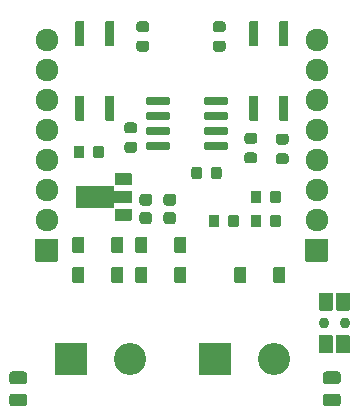
<source format=gbr>
%TF.GenerationSoftware,KiCad,Pcbnew,(5.1.9)-1*%
%TF.CreationDate,2021-04-28T15:15:37+02:00*%
%TF.ProjectId,OpenThermMonitorTwomes,4f70656e-5468-4657-926d-4d6f6e69746f,rev?*%
%TF.SameCoordinates,Original*%
%TF.FileFunction,Soldermask,Top*%
%TF.FilePolarity,Negative*%
%FSLAX46Y46*%
G04 Gerber Fmt 4.6, Leading zero omitted, Abs format (unit mm)*
G04 Created by KiCad (PCBNEW (5.1.9)-1) date 2021-04-28 15:15:37*
%MOMM*%
%LPD*%
G01*
G04 APERTURE LIST*
%ADD10C,0.920000*%
%ADD11C,2.720000*%
%ADD12O,1.920000X1.920000*%
%ADD13C,0.100000*%
G04 APERTURE END LIST*
D10*
%TO.C,SW1*%
X152766600Y-109728000D03*
X150966600Y-109728000D03*
G36*
G01*
X153111600Y-112288000D02*
X152061600Y-112288000D01*
G75*
G02*
X152001600Y-112228000I0J60000D01*
G01*
X152001600Y-110828000D01*
G75*
G02*
X152061600Y-110768000I60000J0D01*
G01*
X153111600Y-110768000D01*
G75*
G02*
X153171600Y-110828000I0J-60000D01*
G01*
X153171600Y-112228000D01*
G75*
G02*
X153111600Y-112288000I-60000J0D01*
G01*
G37*
G36*
G01*
X153111600Y-108688000D02*
X152061600Y-108688000D01*
G75*
G02*
X152001600Y-108628000I0J60000D01*
G01*
X152001600Y-107228000D01*
G75*
G02*
X152061600Y-107168000I60000J0D01*
G01*
X153111600Y-107168000D01*
G75*
G02*
X153171600Y-107228000I0J-60000D01*
G01*
X153171600Y-108628000D01*
G75*
G02*
X153111600Y-108688000I-60000J0D01*
G01*
G37*
G36*
G01*
X151671600Y-112288000D02*
X150621600Y-112288000D01*
G75*
G02*
X150561600Y-112228000I0J60000D01*
G01*
X150561600Y-110828000D01*
G75*
G02*
X150621600Y-110768000I60000J0D01*
G01*
X151671600Y-110768000D01*
G75*
G02*
X151731600Y-110828000I0J-60000D01*
G01*
X151731600Y-112228000D01*
G75*
G02*
X151671600Y-112288000I-60000J0D01*
G01*
G37*
G36*
G01*
X151671600Y-108688000D02*
X150621600Y-108688000D01*
G75*
G02*
X150561600Y-108628000I0J60000D01*
G01*
X150561600Y-107228000D01*
G75*
G02*
X150621600Y-107168000I60000J0D01*
G01*
X151671600Y-107168000D01*
G75*
G02*
X151731600Y-107228000I0J-60000D01*
G01*
X151731600Y-108628000D01*
G75*
G02*
X151671600Y-108688000I-60000J0D01*
G01*
G37*
%TD*%
%TO.C,J2*%
G36*
G01*
X140372000Y-114076000D02*
X140372000Y-111476000D01*
G75*
G02*
X140432000Y-111416000I60000J0D01*
G01*
X143032000Y-111416000D01*
G75*
G02*
X143092000Y-111476000I0J-60000D01*
G01*
X143092000Y-114076000D01*
G75*
G02*
X143032000Y-114136000I-60000J0D01*
G01*
X140432000Y-114136000D01*
G75*
G02*
X140372000Y-114076000I0J60000D01*
G01*
G37*
D11*
X146732000Y-112776000D03*
%TD*%
%TO.C,J1*%
X134540000Y-112776000D03*
G36*
G01*
X128180000Y-114076000D02*
X128180000Y-111476000D01*
G75*
G02*
X128240000Y-111416000I60000J0D01*
G01*
X130840000Y-111416000D01*
G75*
G02*
X130900000Y-111476000I0J-60000D01*
G01*
X130900000Y-114076000D01*
G75*
G02*
X130840000Y-114136000I-60000J0D01*
G01*
X128240000Y-114136000D01*
G75*
G02*
X128180000Y-114076000I0J60000D01*
G01*
G37*
%TD*%
%TO.C,D5*%
G36*
G01*
X138300000Y-103724000D02*
X138300000Y-102524000D01*
G75*
G02*
X138360000Y-102464000I60000J0D01*
G01*
X139260000Y-102464000D01*
G75*
G02*
X139320000Y-102524000I0J-60000D01*
G01*
X139320000Y-103724000D01*
G75*
G02*
X139260000Y-103784000I-60000J0D01*
G01*
X138360000Y-103784000D01*
G75*
G02*
X138300000Y-103724000I0J60000D01*
G01*
G37*
G36*
G01*
X135000000Y-103724000D02*
X135000000Y-102524000D01*
G75*
G02*
X135060000Y-102464000I60000J0D01*
G01*
X135960000Y-102464000D01*
G75*
G02*
X136020000Y-102524000I0J-60000D01*
G01*
X136020000Y-103724000D01*
G75*
G02*
X135960000Y-103784000I-60000J0D01*
G01*
X135060000Y-103784000D01*
G75*
G02*
X135000000Y-103724000I0J60000D01*
G01*
G37*
%TD*%
%TO.C,D4*%
G36*
G01*
X132966000Y-103724000D02*
X132966000Y-102524000D01*
G75*
G02*
X133026000Y-102464000I60000J0D01*
G01*
X133926000Y-102464000D01*
G75*
G02*
X133986000Y-102524000I0J-60000D01*
G01*
X133986000Y-103724000D01*
G75*
G02*
X133926000Y-103784000I-60000J0D01*
G01*
X133026000Y-103784000D01*
G75*
G02*
X132966000Y-103724000I0J60000D01*
G01*
G37*
G36*
G01*
X129666000Y-103724000D02*
X129666000Y-102524000D01*
G75*
G02*
X129726000Y-102464000I60000J0D01*
G01*
X130626000Y-102464000D01*
G75*
G02*
X130686000Y-102524000I0J-60000D01*
G01*
X130686000Y-103724000D01*
G75*
G02*
X130626000Y-103784000I-60000J0D01*
G01*
X129726000Y-103784000D01*
G75*
G02*
X129666000Y-103724000I0J60000D01*
G01*
G37*
%TD*%
%TO.C,D3*%
G36*
G01*
X146682000Y-106264000D02*
X146682000Y-105064000D01*
G75*
G02*
X146742000Y-105004000I60000J0D01*
G01*
X147642000Y-105004000D01*
G75*
G02*
X147702000Y-105064000I0J-60000D01*
G01*
X147702000Y-106264000D01*
G75*
G02*
X147642000Y-106324000I-60000J0D01*
G01*
X146742000Y-106324000D01*
G75*
G02*
X146682000Y-106264000I0J60000D01*
G01*
G37*
G36*
G01*
X143382000Y-106264000D02*
X143382000Y-105064000D01*
G75*
G02*
X143442000Y-105004000I60000J0D01*
G01*
X144342000Y-105004000D01*
G75*
G02*
X144402000Y-105064000I0J-60000D01*
G01*
X144402000Y-106264000D01*
G75*
G02*
X144342000Y-106324000I-60000J0D01*
G01*
X143442000Y-106324000D01*
G75*
G02*
X143382000Y-106264000I0J60000D01*
G01*
G37*
%TD*%
%TO.C,D2*%
G36*
G01*
X138300000Y-106264000D02*
X138300000Y-105064000D01*
G75*
G02*
X138360000Y-105004000I60000J0D01*
G01*
X139260000Y-105004000D01*
G75*
G02*
X139320000Y-105064000I0J-60000D01*
G01*
X139320000Y-106264000D01*
G75*
G02*
X139260000Y-106324000I-60000J0D01*
G01*
X138360000Y-106324000D01*
G75*
G02*
X138300000Y-106264000I0J60000D01*
G01*
G37*
G36*
G01*
X135000000Y-106264000D02*
X135000000Y-105064000D01*
G75*
G02*
X135060000Y-105004000I60000J0D01*
G01*
X135960000Y-105004000D01*
G75*
G02*
X136020000Y-105064000I0J-60000D01*
G01*
X136020000Y-106264000D01*
G75*
G02*
X135960000Y-106324000I-60000J0D01*
G01*
X135060000Y-106324000D01*
G75*
G02*
X135000000Y-106264000I0J60000D01*
G01*
G37*
%TD*%
%TO.C,D1*%
G36*
G01*
X132966000Y-106264000D02*
X132966000Y-105064000D01*
G75*
G02*
X133026000Y-105004000I60000J0D01*
G01*
X133926000Y-105004000D01*
G75*
G02*
X133986000Y-105064000I0J-60000D01*
G01*
X133986000Y-106264000D01*
G75*
G02*
X133926000Y-106324000I-60000J0D01*
G01*
X133026000Y-106324000D01*
G75*
G02*
X132966000Y-106264000I0J60000D01*
G01*
G37*
G36*
G01*
X129666000Y-106264000D02*
X129666000Y-105064000D01*
G75*
G02*
X129726000Y-105004000I60000J0D01*
G01*
X130626000Y-105004000D01*
G75*
G02*
X130686000Y-105064000I0J-60000D01*
G01*
X130686000Y-106264000D01*
G75*
G02*
X130626000Y-106324000I-60000J0D01*
G01*
X129726000Y-106324000D01*
G75*
G02*
X129666000Y-106264000I0J60000D01*
G01*
G37*
%TD*%
%TO.C,P2*%
G36*
G01*
X128450000Y-102669000D02*
X128450000Y-104469000D01*
G75*
G02*
X128390000Y-104529000I-60000J0D01*
G01*
X126590000Y-104529000D01*
G75*
G02*
X126530000Y-104469000I0J60000D01*
G01*
X126530000Y-102669000D01*
G75*
G02*
X126590000Y-102609000I60000J0D01*
G01*
X128390000Y-102609000D01*
G75*
G02*
X128450000Y-102669000I0J-60000D01*
G01*
G37*
D12*
X127490000Y-101029000D03*
X127490000Y-98489000D03*
X127490000Y-95949000D03*
X127490000Y-93409000D03*
X127490000Y-90869000D03*
X127490000Y-88329000D03*
X127490000Y-85789000D03*
%TD*%
%TO.C,U4*%
G36*
G01*
X147254000Y-84182000D02*
X147894000Y-84182000D01*
G75*
G02*
X147954000Y-84242000I0J-60000D01*
G01*
X147954000Y-86242000D01*
G75*
G02*
X147894000Y-86302000I-60000J0D01*
G01*
X147254000Y-86302000D01*
G75*
G02*
X147194000Y-86242000I0J60000D01*
G01*
X147194000Y-84242000D01*
G75*
G02*
X147254000Y-84182000I60000J0D01*
G01*
G37*
G36*
G01*
X144714000Y-84182000D02*
X145354000Y-84182000D01*
G75*
G02*
X145414000Y-84242000I0J-60000D01*
G01*
X145414000Y-86242000D01*
G75*
G02*
X145354000Y-86302000I-60000J0D01*
G01*
X144714000Y-86302000D01*
G75*
G02*
X144654000Y-86242000I0J60000D01*
G01*
X144654000Y-84242000D01*
G75*
G02*
X144714000Y-84182000I60000J0D01*
G01*
G37*
G36*
G01*
X144714000Y-90482000D02*
X145354000Y-90482000D01*
G75*
G02*
X145414000Y-90542000I0J-60000D01*
G01*
X145414000Y-92542000D01*
G75*
G02*
X145354000Y-92602000I-60000J0D01*
G01*
X144714000Y-92602000D01*
G75*
G02*
X144654000Y-92542000I0J60000D01*
G01*
X144654000Y-90542000D01*
G75*
G02*
X144714000Y-90482000I60000J0D01*
G01*
G37*
G36*
G01*
X147254000Y-90482000D02*
X147894000Y-90482000D01*
G75*
G02*
X147954000Y-90542000I0J-60000D01*
G01*
X147954000Y-92542000D01*
G75*
G02*
X147894000Y-92602000I-60000J0D01*
G01*
X147254000Y-92602000D01*
G75*
G02*
X147194000Y-92542000I0J60000D01*
G01*
X147194000Y-90542000D01*
G75*
G02*
X147254000Y-90482000I60000J0D01*
G01*
G37*
%TD*%
%TO.C,U3*%
G36*
G01*
X132522000Y-90482000D02*
X133162000Y-90482000D01*
G75*
G02*
X133222000Y-90542000I0J-60000D01*
G01*
X133222000Y-92542000D01*
G75*
G02*
X133162000Y-92602000I-60000J0D01*
G01*
X132522000Y-92602000D01*
G75*
G02*
X132462000Y-92542000I0J60000D01*
G01*
X132462000Y-90542000D01*
G75*
G02*
X132522000Y-90482000I60000J0D01*
G01*
G37*
G36*
G01*
X129982000Y-90482000D02*
X130622000Y-90482000D01*
G75*
G02*
X130682000Y-90542000I0J-60000D01*
G01*
X130682000Y-92542000D01*
G75*
G02*
X130622000Y-92602000I-60000J0D01*
G01*
X129982000Y-92602000D01*
G75*
G02*
X129922000Y-92542000I0J60000D01*
G01*
X129922000Y-90542000D01*
G75*
G02*
X129982000Y-90482000I60000J0D01*
G01*
G37*
G36*
G01*
X129982000Y-84182000D02*
X130622000Y-84182000D01*
G75*
G02*
X130682000Y-84242000I0J-60000D01*
G01*
X130682000Y-86242000D01*
G75*
G02*
X130622000Y-86302000I-60000J0D01*
G01*
X129982000Y-86302000D01*
G75*
G02*
X129922000Y-86242000I0J60000D01*
G01*
X129922000Y-84242000D01*
G75*
G02*
X129982000Y-84182000I60000J0D01*
G01*
G37*
G36*
G01*
X132522000Y-84182000D02*
X133162000Y-84182000D01*
G75*
G02*
X133222000Y-84242000I0J-60000D01*
G01*
X133222000Y-86242000D01*
G75*
G02*
X133162000Y-86302000I-60000J0D01*
G01*
X132522000Y-86302000D01*
G75*
G02*
X132462000Y-86242000I0J60000D01*
G01*
X132462000Y-84242000D01*
G75*
G02*
X132522000Y-84182000I60000J0D01*
G01*
G37*
%TD*%
%TO.C,U2*%
G36*
G01*
X140821000Y-91112000D02*
X140821000Y-90752000D01*
G75*
G02*
X141001000Y-90572000I180000J0D01*
G01*
X142711000Y-90572000D01*
G75*
G02*
X142891000Y-90752000I0J-180000D01*
G01*
X142891000Y-91112000D01*
G75*
G02*
X142711000Y-91292000I-180000J0D01*
G01*
X141001000Y-91292000D01*
G75*
G02*
X140821000Y-91112000I0J180000D01*
G01*
G37*
G36*
G01*
X140821000Y-92382000D02*
X140821000Y-92022000D01*
G75*
G02*
X141001000Y-91842000I180000J0D01*
G01*
X142711000Y-91842000D01*
G75*
G02*
X142891000Y-92022000I0J-180000D01*
G01*
X142891000Y-92382000D01*
G75*
G02*
X142711000Y-92562000I-180000J0D01*
G01*
X141001000Y-92562000D01*
G75*
G02*
X140821000Y-92382000I0J180000D01*
G01*
G37*
G36*
G01*
X140821000Y-93652000D02*
X140821000Y-93292000D01*
G75*
G02*
X141001000Y-93112000I180000J0D01*
G01*
X142711000Y-93112000D01*
G75*
G02*
X142891000Y-93292000I0J-180000D01*
G01*
X142891000Y-93652000D01*
G75*
G02*
X142711000Y-93832000I-180000J0D01*
G01*
X141001000Y-93832000D01*
G75*
G02*
X140821000Y-93652000I0J180000D01*
G01*
G37*
G36*
G01*
X140821000Y-94922000D02*
X140821000Y-94562000D01*
G75*
G02*
X141001000Y-94382000I180000J0D01*
G01*
X142711000Y-94382000D01*
G75*
G02*
X142891000Y-94562000I0J-180000D01*
G01*
X142891000Y-94922000D01*
G75*
G02*
X142711000Y-95102000I-180000J0D01*
G01*
X141001000Y-95102000D01*
G75*
G02*
X140821000Y-94922000I0J180000D01*
G01*
G37*
G36*
G01*
X135871000Y-94922000D02*
X135871000Y-94562000D01*
G75*
G02*
X136051000Y-94382000I180000J0D01*
G01*
X137761000Y-94382000D01*
G75*
G02*
X137941000Y-94562000I0J-180000D01*
G01*
X137941000Y-94922000D01*
G75*
G02*
X137761000Y-95102000I-180000J0D01*
G01*
X136051000Y-95102000D01*
G75*
G02*
X135871000Y-94922000I0J180000D01*
G01*
G37*
G36*
G01*
X135871000Y-93652000D02*
X135871000Y-93292000D01*
G75*
G02*
X136051000Y-93112000I180000J0D01*
G01*
X137761000Y-93112000D01*
G75*
G02*
X137941000Y-93292000I0J-180000D01*
G01*
X137941000Y-93652000D01*
G75*
G02*
X137761000Y-93832000I-180000J0D01*
G01*
X136051000Y-93832000D01*
G75*
G02*
X135871000Y-93652000I0J180000D01*
G01*
G37*
G36*
G01*
X135871000Y-92382000D02*
X135871000Y-92022000D01*
G75*
G02*
X136051000Y-91842000I180000J0D01*
G01*
X137761000Y-91842000D01*
G75*
G02*
X137941000Y-92022000I0J-180000D01*
G01*
X137941000Y-92382000D01*
G75*
G02*
X137761000Y-92562000I-180000J0D01*
G01*
X136051000Y-92562000D01*
G75*
G02*
X135871000Y-92382000I0J180000D01*
G01*
G37*
G36*
G01*
X135871000Y-91112000D02*
X135871000Y-90752000D01*
G75*
G02*
X136051000Y-90572000I180000J0D01*
G01*
X137761000Y-90572000D01*
G75*
G02*
X137941000Y-90752000I0J-180000D01*
G01*
X137941000Y-91112000D01*
G75*
G02*
X137761000Y-91292000I-180000J0D01*
G01*
X136051000Y-91292000D01*
G75*
G02*
X135871000Y-91112000I0J180000D01*
G01*
G37*
%TD*%
D13*
%TO.C,U1*%
G36*
X130022295Y-99985347D02*
G01*
X130011039Y-99981933D01*
X130000666Y-99976388D01*
X129991574Y-99968926D01*
X129984112Y-99959834D01*
X129978567Y-99949461D01*
X129975153Y-99938205D01*
X129974000Y-99926500D01*
X129974000Y-98193500D01*
X129975153Y-98181795D01*
X129978567Y-98170539D01*
X129984112Y-98160166D01*
X129991574Y-98151074D01*
X130000666Y-98143612D01*
X130011039Y-98138067D01*
X130022295Y-98134653D01*
X130034000Y-98133500D01*
X133159000Y-98133500D01*
X133170705Y-98134653D01*
X133181961Y-98138067D01*
X133192334Y-98143612D01*
X133201426Y-98151074D01*
X133208888Y-98160166D01*
X133214433Y-98170539D01*
X133217847Y-98181795D01*
X133219000Y-98193500D01*
X133219000Y-98550000D01*
X134634000Y-98550000D01*
X134645705Y-98551153D01*
X134656961Y-98554567D01*
X134667334Y-98560112D01*
X134676426Y-98567574D01*
X134683888Y-98576666D01*
X134689433Y-98587039D01*
X134692847Y-98598295D01*
X134694000Y-98610000D01*
X134694000Y-99510000D01*
X134692847Y-99521705D01*
X134689433Y-99532961D01*
X134683888Y-99543334D01*
X134676426Y-99552426D01*
X134667334Y-99559888D01*
X134656961Y-99565433D01*
X134645705Y-99568847D01*
X134634000Y-99570000D01*
X133219000Y-99570000D01*
X133219000Y-99926500D01*
X133217847Y-99938205D01*
X133214433Y-99949461D01*
X133208888Y-99959834D01*
X133201426Y-99968926D01*
X133192334Y-99976388D01*
X133181961Y-99981933D01*
X133170705Y-99985347D01*
X133159000Y-99986500D01*
X130034000Y-99986500D01*
X130022295Y-99985347D01*
G37*
G36*
G01*
X134694000Y-97110000D02*
X134694000Y-98010000D01*
G75*
G02*
X134634000Y-98070000I-60000J0D01*
G01*
X133334000Y-98070000D01*
G75*
G02*
X133274000Y-98010000I0J60000D01*
G01*
X133274000Y-97110000D01*
G75*
G02*
X133334000Y-97050000I60000J0D01*
G01*
X134634000Y-97050000D01*
G75*
G02*
X134694000Y-97110000I0J-60000D01*
G01*
G37*
G36*
G01*
X134694000Y-100110000D02*
X134694000Y-101010000D01*
G75*
G02*
X134634000Y-101070000I-60000J0D01*
G01*
X133334000Y-101070000D01*
G75*
G02*
X133274000Y-101010000I0J60000D01*
G01*
X133274000Y-100110000D01*
G75*
G02*
X133334000Y-100050000I60000J0D01*
G01*
X134634000Y-100050000D01*
G75*
G02*
X134694000Y-100110000I0J-60000D01*
G01*
G37*
%TD*%
%TO.C,R10*%
G36*
G01*
X131429000Y-95555000D02*
X131429000Y-94945000D01*
G75*
G02*
X131659000Y-94715000I230000J0D01*
G01*
X132119000Y-94715000D01*
G75*
G02*
X132349000Y-94945000I0J-230000D01*
G01*
X132349000Y-95555000D01*
G75*
G02*
X132119000Y-95785000I-230000J0D01*
G01*
X131659000Y-95785000D01*
G75*
G02*
X131429000Y-95555000I0J230000D01*
G01*
G37*
G36*
G01*
X129779000Y-95555000D02*
X129779000Y-94945000D01*
G75*
G02*
X130009000Y-94715000I230000J0D01*
G01*
X130469000Y-94715000D01*
G75*
G02*
X130699000Y-94945000I0J-230000D01*
G01*
X130699000Y-95555000D01*
G75*
G02*
X130469000Y-95785000I-230000J0D01*
G01*
X130009000Y-95785000D01*
G75*
G02*
X129779000Y-95555000I0J230000D01*
G01*
G37*
%TD*%
%TO.C,R9*%
G36*
G01*
X147142000Y-95361000D02*
X147752000Y-95361000D01*
G75*
G02*
X147982000Y-95591000I0J-230000D01*
G01*
X147982000Y-96051000D01*
G75*
G02*
X147752000Y-96281000I-230000J0D01*
G01*
X147142000Y-96281000D01*
G75*
G02*
X146912000Y-96051000I0J230000D01*
G01*
X146912000Y-95591000D01*
G75*
G02*
X147142000Y-95361000I230000J0D01*
G01*
G37*
G36*
G01*
X147142000Y-93711000D02*
X147752000Y-93711000D01*
G75*
G02*
X147982000Y-93941000I0J-230000D01*
G01*
X147982000Y-94401000D01*
G75*
G02*
X147752000Y-94631000I-230000J0D01*
G01*
X147142000Y-94631000D01*
G75*
G02*
X146912000Y-94401000I0J230000D01*
G01*
X146912000Y-93941000D01*
G75*
G02*
X147142000Y-93711000I230000J0D01*
G01*
G37*
%TD*%
%TO.C,R8*%
G36*
G01*
X142418000Y-85106000D02*
X141808000Y-85106000D01*
G75*
G02*
X141578000Y-84876000I0J230000D01*
G01*
X141578000Y-84416000D01*
G75*
G02*
X141808000Y-84186000I230000J0D01*
G01*
X142418000Y-84186000D01*
G75*
G02*
X142648000Y-84416000I0J-230000D01*
G01*
X142648000Y-84876000D01*
G75*
G02*
X142418000Y-85106000I-230000J0D01*
G01*
G37*
G36*
G01*
X142418000Y-86756000D02*
X141808000Y-86756000D01*
G75*
G02*
X141578000Y-86526000I0J230000D01*
G01*
X141578000Y-86066000D01*
G75*
G02*
X141808000Y-85836000I230000J0D01*
G01*
X142418000Y-85836000D01*
G75*
G02*
X142648000Y-86066000I0J-230000D01*
G01*
X142648000Y-86526000D01*
G75*
G02*
X142418000Y-86756000I-230000J0D01*
G01*
G37*
%TD*%
%TO.C,R7*%
G36*
G01*
X135941000Y-85106000D02*
X135331000Y-85106000D01*
G75*
G02*
X135101000Y-84876000I0J230000D01*
G01*
X135101000Y-84416000D01*
G75*
G02*
X135331000Y-84186000I230000J0D01*
G01*
X135941000Y-84186000D01*
G75*
G02*
X136171000Y-84416000I0J-230000D01*
G01*
X136171000Y-84876000D01*
G75*
G02*
X135941000Y-85106000I-230000J0D01*
G01*
G37*
G36*
G01*
X135941000Y-86756000D02*
X135331000Y-86756000D01*
G75*
G02*
X135101000Y-86526000I0J230000D01*
G01*
X135101000Y-86066000D01*
G75*
G02*
X135331000Y-85836000I230000J0D01*
G01*
X135941000Y-85836000D01*
G75*
G02*
X136171000Y-86066000I0J-230000D01*
G01*
X136171000Y-86526000D01*
G75*
G02*
X135941000Y-86756000I-230000J0D01*
G01*
G37*
%TD*%
%TO.C,R6*%
G36*
G01*
X140668000Y-96723000D02*
X140668000Y-97333000D01*
G75*
G02*
X140438000Y-97563000I-230000J0D01*
G01*
X139978000Y-97563000D01*
G75*
G02*
X139748000Y-97333000I0J230000D01*
G01*
X139748000Y-96723000D01*
G75*
G02*
X139978000Y-96493000I230000J0D01*
G01*
X140438000Y-96493000D01*
G75*
G02*
X140668000Y-96723000I0J-230000D01*
G01*
G37*
G36*
G01*
X142318000Y-96723000D02*
X142318000Y-97333000D01*
G75*
G02*
X142088000Y-97563000I-230000J0D01*
G01*
X141628000Y-97563000D01*
G75*
G02*
X141398000Y-97333000I0J230000D01*
G01*
X141398000Y-96723000D01*
G75*
G02*
X141628000Y-96493000I230000J0D01*
G01*
X142088000Y-96493000D01*
G75*
G02*
X142318000Y-96723000I0J-230000D01*
G01*
G37*
%TD*%
%TO.C,R5*%
G36*
G01*
X144475000Y-95298000D02*
X145085000Y-95298000D01*
G75*
G02*
X145315000Y-95528000I0J-230000D01*
G01*
X145315000Y-95988000D01*
G75*
G02*
X145085000Y-96218000I-230000J0D01*
G01*
X144475000Y-96218000D01*
G75*
G02*
X144245000Y-95988000I0J230000D01*
G01*
X144245000Y-95528000D01*
G75*
G02*
X144475000Y-95298000I230000J0D01*
G01*
G37*
G36*
G01*
X144475000Y-93648000D02*
X145085000Y-93648000D01*
G75*
G02*
X145315000Y-93878000I0J-230000D01*
G01*
X145315000Y-94338000D01*
G75*
G02*
X145085000Y-94568000I-230000J0D01*
G01*
X144475000Y-94568000D01*
G75*
G02*
X144245000Y-94338000I0J230000D01*
G01*
X144245000Y-93878000D01*
G75*
G02*
X144475000Y-93648000I230000J0D01*
G01*
G37*
%TD*%
%TO.C,R4*%
G36*
G01*
X134315000Y-94408000D02*
X134925000Y-94408000D01*
G75*
G02*
X135155000Y-94638000I0J-230000D01*
G01*
X135155000Y-95098000D01*
G75*
G02*
X134925000Y-95328000I-230000J0D01*
G01*
X134315000Y-95328000D01*
G75*
G02*
X134085000Y-95098000I0J230000D01*
G01*
X134085000Y-94638000D01*
G75*
G02*
X134315000Y-94408000I230000J0D01*
G01*
G37*
G36*
G01*
X134315000Y-92758000D02*
X134925000Y-92758000D01*
G75*
G02*
X135155000Y-92988000I0J-230000D01*
G01*
X135155000Y-93448000D01*
G75*
G02*
X134925000Y-93678000I-230000J0D01*
G01*
X134315000Y-93678000D01*
G75*
G02*
X134085000Y-93448000I0J230000D01*
G01*
X134085000Y-92988000D01*
G75*
G02*
X134315000Y-92758000I230000J0D01*
G01*
G37*
%TD*%
%TO.C,R3*%
G36*
G01*
X145685000Y-100787000D02*
X145685000Y-101397000D01*
G75*
G02*
X145455000Y-101627000I-230000J0D01*
G01*
X144995000Y-101627000D01*
G75*
G02*
X144765000Y-101397000I0J230000D01*
G01*
X144765000Y-100787000D01*
G75*
G02*
X144995000Y-100557000I230000J0D01*
G01*
X145455000Y-100557000D01*
G75*
G02*
X145685000Y-100787000I0J-230000D01*
G01*
G37*
G36*
G01*
X147335000Y-100787000D02*
X147335000Y-101397000D01*
G75*
G02*
X147105000Y-101627000I-230000J0D01*
G01*
X146645000Y-101627000D01*
G75*
G02*
X146415000Y-101397000I0J230000D01*
G01*
X146415000Y-100787000D01*
G75*
G02*
X146645000Y-100557000I230000J0D01*
G01*
X147105000Y-100557000D01*
G75*
G02*
X147335000Y-100787000I0J-230000D01*
G01*
G37*
%TD*%
%TO.C,R2*%
G36*
G01*
X146415000Y-99365000D02*
X146415000Y-98755000D01*
G75*
G02*
X146645000Y-98525000I230000J0D01*
G01*
X147105000Y-98525000D01*
G75*
G02*
X147335000Y-98755000I0J-230000D01*
G01*
X147335000Y-99365000D01*
G75*
G02*
X147105000Y-99595000I-230000J0D01*
G01*
X146645000Y-99595000D01*
G75*
G02*
X146415000Y-99365000I0J230000D01*
G01*
G37*
G36*
G01*
X144765000Y-99365000D02*
X144765000Y-98755000D01*
G75*
G02*
X144995000Y-98525000I230000J0D01*
G01*
X145455000Y-98525000D01*
G75*
G02*
X145685000Y-98755000I0J-230000D01*
G01*
X145685000Y-99365000D01*
G75*
G02*
X145455000Y-99595000I-230000J0D01*
G01*
X144995000Y-99595000D01*
G75*
G02*
X144765000Y-99365000I0J230000D01*
G01*
G37*
%TD*%
%TO.C,R1*%
G36*
G01*
X142859000Y-101397000D02*
X142859000Y-100787000D01*
G75*
G02*
X143089000Y-100557000I230000J0D01*
G01*
X143549000Y-100557000D01*
G75*
G02*
X143779000Y-100787000I0J-230000D01*
G01*
X143779000Y-101397000D01*
G75*
G02*
X143549000Y-101627000I-230000J0D01*
G01*
X143089000Y-101627000D01*
G75*
G02*
X142859000Y-101397000I0J230000D01*
G01*
G37*
G36*
G01*
X141209000Y-101397000D02*
X141209000Y-100787000D01*
G75*
G02*
X141439000Y-100557000I230000J0D01*
G01*
X141899000Y-100557000D01*
G75*
G02*
X142129000Y-100787000I0J-230000D01*
G01*
X142129000Y-101397000D01*
G75*
G02*
X141899000Y-101627000I-230000J0D01*
G01*
X141439000Y-101627000D01*
G75*
G02*
X141209000Y-101397000I0J230000D01*
G01*
G37*
%TD*%
%TO.C,D7*%
G36*
G01*
X124608750Y-115706000D02*
X125581250Y-115706000D01*
G75*
G02*
X125855000Y-115979750I0J-273750D01*
G01*
X125855000Y-116527250D01*
G75*
G02*
X125581250Y-116801000I-273750J0D01*
G01*
X124608750Y-116801000D01*
G75*
G02*
X124335000Y-116527250I0J273750D01*
G01*
X124335000Y-115979750D01*
G75*
G02*
X124608750Y-115706000I273750J0D01*
G01*
G37*
G36*
G01*
X124608750Y-113831000D02*
X125581250Y-113831000D01*
G75*
G02*
X125855000Y-114104750I0J-273750D01*
G01*
X125855000Y-114652250D01*
G75*
G02*
X125581250Y-114926000I-273750J0D01*
G01*
X124608750Y-114926000D01*
G75*
G02*
X124335000Y-114652250I0J273750D01*
G01*
X124335000Y-114104750D01*
G75*
G02*
X124608750Y-113831000I273750J0D01*
G01*
G37*
%TD*%
%TO.C,D6*%
G36*
G01*
X151151750Y-115706000D02*
X152124250Y-115706000D01*
G75*
G02*
X152398000Y-115979750I0J-273750D01*
G01*
X152398000Y-116527250D01*
G75*
G02*
X152124250Y-116801000I-273750J0D01*
G01*
X151151750Y-116801000D01*
G75*
G02*
X150878000Y-116527250I0J273750D01*
G01*
X150878000Y-115979750D01*
G75*
G02*
X151151750Y-115706000I273750J0D01*
G01*
G37*
G36*
G01*
X151151750Y-113831000D02*
X152124250Y-113831000D01*
G75*
G02*
X152398000Y-114104750I0J-273750D01*
G01*
X152398000Y-114652250D01*
G75*
G02*
X152124250Y-114926000I-273750J0D01*
G01*
X151151750Y-114926000D01*
G75*
G02*
X150878000Y-114652250I0J273750D01*
G01*
X150878000Y-114104750D01*
G75*
G02*
X151151750Y-113831000I273750J0D01*
G01*
G37*
%TD*%
%TO.C,C2*%
G36*
G01*
X137642000Y-100341000D02*
X138202000Y-100341000D01*
G75*
G02*
X138457000Y-100596000I0J-255000D01*
G01*
X138457000Y-101106000D01*
G75*
G02*
X138202000Y-101361000I-255000J0D01*
G01*
X137642000Y-101361000D01*
G75*
G02*
X137387000Y-101106000I0J255000D01*
G01*
X137387000Y-100596000D01*
G75*
G02*
X137642000Y-100341000I255000J0D01*
G01*
G37*
G36*
G01*
X137642000Y-98791000D02*
X138202000Y-98791000D01*
G75*
G02*
X138457000Y-99046000I0J-255000D01*
G01*
X138457000Y-99556000D01*
G75*
G02*
X138202000Y-99811000I-255000J0D01*
G01*
X137642000Y-99811000D01*
G75*
G02*
X137387000Y-99556000I0J255000D01*
G01*
X137387000Y-99046000D01*
G75*
G02*
X137642000Y-98791000I255000J0D01*
G01*
G37*
%TD*%
%TO.C,C1*%
G36*
G01*
X135610000Y-100341000D02*
X136170000Y-100341000D01*
G75*
G02*
X136425000Y-100596000I0J-255000D01*
G01*
X136425000Y-101106000D01*
G75*
G02*
X136170000Y-101361000I-255000J0D01*
G01*
X135610000Y-101361000D01*
G75*
G02*
X135355000Y-101106000I0J255000D01*
G01*
X135355000Y-100596000D01*
G75*
G02*
X135610000Y-100341000I255000J0D01*
G01*
G37*
G36*
G01*
X135610000Y-98791000D02*
X136170000Y-98791000D01*
G75*
G02*
X136425000Y-99046000I0J-255000D01*
G01*
X136425000Y-99556000D01*
G75*
G02*
X136170000Y-99811000I-255000J0D01*
G01*
X135610000Y-99811000D01*
G75*
G02*
X135355000Y-99556000I0J255000D01*
G01*
X135355000Y-99046000D01*
G75*
G02*
X135610000Y-98791000I255000J0D01*
G01*
G37*
%TD*%
%TO.C,P1*%
G36*
G01*
X151310000Y-102669000D02*
X151310000Y-104469000D01*
G75*
G02*
X151250000Y-104529000I-60000J0D01*
G01*
X149450000Y-104529000D01*
G75*
G02*
X149390000Y-104469000I0J60000D01*
G01*
X149390000Y-102669000D01*
G75*
G02*
X149450000Y-102609000I60000J0D01*
G01*
X151250000Y-102609000D01*
G75*
G02*
X151310000Y-102669000I0J-60000D01*
G01*
G37*
D12*
X150350000Y-101029000D03*
X150350000Y-98489000D03*
X150350000Y-95949000D03*
X150350000Y-93409000D03*
X150350000Y-90869000D03*
X150350000Y-88329000D03*
X150350000Y-85789000D03*
%TD*%
M02*

</source>
